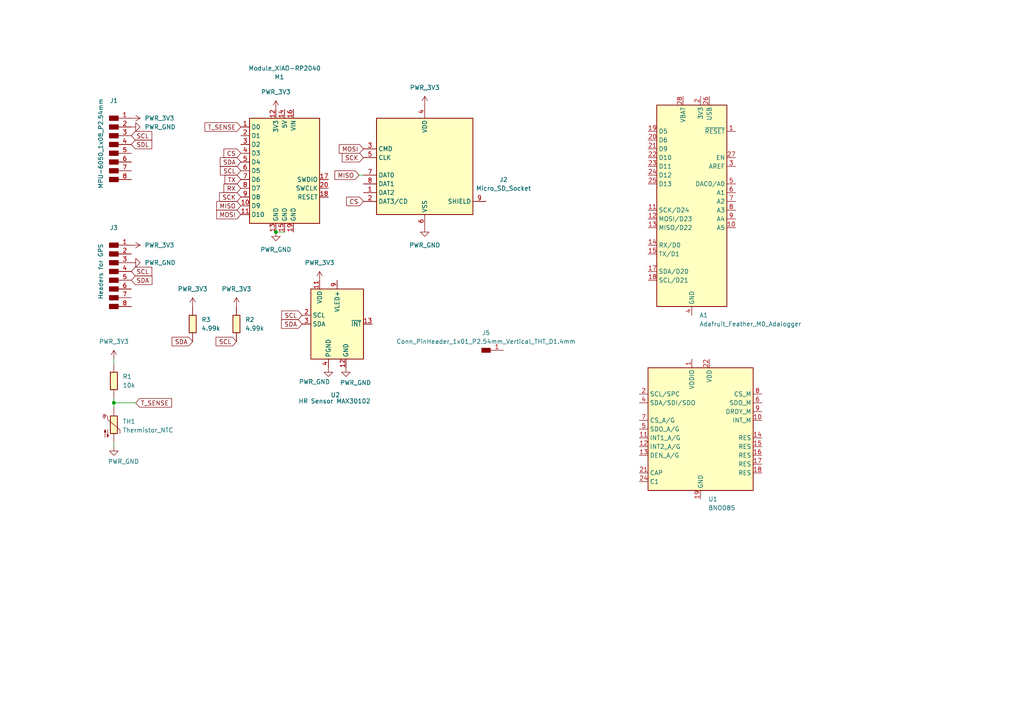
<source format=kicad_sch>
(kicad_sch (version 20231120) (generator "eeschema") (generator_version "8.0")
  (paper "A4")
  (lib_symbols
    (symbol "MCU_Module:Adafruit_Feather_M0_Adalogger"
      (property "Reference" "A" (at -10.16 29.21 0))
      (property "Value" "Adafruit_Feather_M0_Adalogger" (at 2.54 -31.75 0))
      (symbol "Adafruit_Feather_M0_Adalogger_0_1"
        (rectangle (start -10.16 27.94) (end 10.16 -30.48) (stroke (width 0.254)) (fill (type background)))
      )
      (symbol "Adafruit_Feather_M0_Adalogger_1_1"
        (pin input line (at 12.7 20.32 180) (length 2.54) (name "~{RESET}") (number "1"))
        (pin bidirectional line (at 12.7 -7.62 180) (length 2.54) (name "A5") (number "10"))
        (pin bidirectional line (at -12.7 -2.54 0) (length 2.54) (name "SCK/D24") (number "11"))
        (pin bidirectional line (at -12.7 -5.08 0) (length 2.54) (name "MOSI/D23") (number "12"))
        (pin bidirectional line (at -12.7 -7.62 0) (length 2.54) (name "MISO/D22") (number "13"))
        (pin bidirectional line (at -12.7 -12.7 0) (length 2.54) (name "RX/D0") (number "14"))
        (pin bidirectional line (at -12.7 -15.24 0) (length 2.54) (name "TX/D1") (number "15"))
        (pin passive line (at 0 -33.02 90) (length 2.54) hide (name "GND") (number "16"))
        (pin bidirectional line (at -12.7 -20.32 0) (length 2.54) (name "SDA/D20") (number "17"))
        (pin bidirectional line (at -12.7 -22.86 0) (length 2.54) (name "SCL/D21") (number "18"))
        (pin bidirectional line (at -12.7 20.32 0) (length 2.54) (name "D5") (number "19"))
        (pin power_in line (at 2.54 30.48 270) (length 2.54) (name "3V3") (number "2"))
        (pin bidirectional line (at -12.7 17.78 0) (length 2.54) (name "D6") (number "20"))
        (pin bidirectional line (at -12.7 15.24 0) (length 2.54) (name "D9") (number "21"))
        (pin bidirectional line (at -12.7 12.7 0) (length 2.54) (name "D10") (number "22"))
        (pin bidirectional line (at -12.7 10.16 0) (length 2.54) (name "D11") (number "23"))
        (pin bidirectional line (at -12.7 7.62 0) (length 2.54) (name "D12") (number "24"))
        (pin bidirectional line (at -12.7 5.08 0) (length 2.54) (name "D13") (number "25"))
        (pin power_in line (at 5.08 30.48 270) (length 2.54) (name "USB") (number "26"))
        (pin input line (at 12.7 12.7 180) (length 2.54) (name "EN") (number "27"))
        (pin power_in line (at -2.54 30.48 270) (length 2.54) (name "VBAT") (number "28"))
        (pin input line (at 12.7 10.16 180) (length 2.54) (name "AREF") (number "3"))
        (pin power_in line (at 0 -33.02 90) (length 2.54) (name "GND") (number "4"))
        (pin bidirectional line (at 12.7 5.08 180) (length 2.54) (name "DAC0/A0") (number "5"))
        (pin bidirectional line (at 12.7 2.54 180) (length 2.54) (name "A1") (number "6"))
        (pin bidirectional line (at 12.7 0 180) (length 2.54) (name "A2") (number "7"))
        (pin bidirectional line (at 12.7 -2.54 180) (length 2.54) (name "A3") (number "8"))
        (pin bidirectional line (at 12.7 -5.08 180) (length 2.54) (name "A4") (number "9"))
      )
    )
    (symbol "Sensor:MAX30102"
      (property "Reference" "U" (at 7.62 15.24 0))
      (property "Value" "MAX30102" (at 7.62 12.7 0))
      (symbol "MAX30102_0_1"
        (rectangle (start -7.62 10.16) (end 7.62 -10.16) (stroke (width 0.254)) (fill (type background)))
      )
      (symbol "MAX30102_1_1"
        (pin no_connect line (at -7.62 5.08 0) (length 2.54) hide (name "NC") (number "1"))
        (pin passive line (at 0 12.7 270) (length 2.54) hide (name "VLED+") (number "10"))
        (pin power_in line (at -5.08 12.7 270) (length 2.54) (name "VDD") (number "11"))
        (pin power_in line (at 2.54 -12.7 90) (length 2.54) (name "GND") (number "12"))
        (pin output line (at 10.16 0 180) (length 2.54) (name "~{INT}") (number "13"))
        (pin no_connect line (at 7.62 2.54 180) (length 2.54) hide (name "NC") (number "14"))
        (pin input line (at -10.16 2.54 0) (length 2.54) (name "SCL") (number "2"))
        (pin bidirectional line (at -10.16 0 0) (length 2.54) (name "SDA") (number "3"))
        (pin power_in line (at -2.54 -12.7 90) (length 2.54) (name "PGND") (number "4"))
        (pin no_connect line (at 7.62 -7.62 180) (length 2.54) hide (name "NC") (number "5"))
        (pin no_connect line (at 7.62 -5.08 180) (length 2.54) hide (name "NC") (number "6"))
        (pin no_connect line (at -7.62 -2.54 0) (length 2.54) hide (name "NC") (number "7"))
        (pin no_connect line (at 7.62 5.08 180) (length 2.54) hide (name "NC") (number "8"))
        (pin power_in line (at 0 12.7 270) (length 2.54) (name "VLED+") (number "9"))
      )
    )
    (symbol "Sensor_Motion:LSM9DS1"
      (property "Reference" "U" (at -15.24 21.59 0))
      (property "Value" "LSM9DS1" (at -15.24 19.05 0))
      (symbol "LSM9DS1_0_1"
        (rectangle (start -15.24 17.78) (end 15.24 -17.78) (stroke (width 0.254)) (fill (type background)))
      )
      (symbol "LSM9DS1_1_1"
        (pin power_in line (at -2.54 20.32 270) (length 2.54) (name "VDDIO") (number "1"))
        (pin output line (at 17.78 2.54 180) (length 2.54) (name "INT_M") (number "10"))
        (pin output line (at -17.78 -2.54 0) (length 2.54) (name "INT1_A/G") (number "11"))
        (pin output line (at -17.78 -5.08 0) (length 2.54) (name "INT2_A/G") (number "12"))
        (pin input line (at -17.78 -7.62 0) (length 2.54) (name "DEN_A/G") (number "13"))
        (pin bidirectional line (at 17.78 -2.54 180) (length 2.54) (name "RES") (number "14"))
        (pin bidirectional line (at 17.78 -5.08 180) (length 2.54) (name "RES") (number "15"))
        (pin bidirectional line (at 17.78 -7.62 180) (length 2.54) (name "RES") (number "16"))
        (pin bidirectional line (at 17.78 -10.16 180) (length 2.54) (name "RES") (number "17"))
        (pin bidirectional line (at 17.78 -12.7 180) (length 2.54) (name "RES") (number "18"))
        (pin power_in line (at 0 -20.32 90) (length 2.54) (name "GND") (number "19"))
        (pin input line (at -17.78 10.16 0) (length 2.54) (name "SCL/SPC") (number "2"))
        (pin passive line (at 0 -20.32 90) (length 2.54) hide (name "GND") (number "20"))
        (pin passive line (at -17.78 -12.7 0) (length 2.54) (name "CAP") (number "21"))
        (pin power_in line (at 2.54 20.32 270) (length 2.54) (name "VDD") (number "22"))
        (pin passive line (at 2.54 20.32 270) (length 2.54) hide (name "VDD") (number "23"))
        (pin passive line (at -17.78 -15.24 0) (length 2.54) (name "C1") (number "24"))
        (pin passive line (at -2.54 20.32 270) (length 2.54) hide (name "VDDIO") (number "3"))
        (pin bidirectional line (at -17.78 7.62 0) (length 2.54) (name "SDA/SDI/SDO") (number "4"))
        (pin output line (at -17.78 0 0) (length 2.54) (name "SDO_A/G") (number "5"))
        (pin output line (at 17.78 7.62 180) (length 2.54) (name "SDO_M") (number "6"))
        (pin input line (at -17.78 2.54 0) (length 2.54) (name "CS_A/G") (number "7"))
        (pin input line (at 17.78 10.16 180) (length 2.54) (name "CS_M") (number "8"))
        (pin output line (at 17.78 5.08 180) (length 2.54) (name "DRDY_M") (number "9"))
      )
    )
    (symbol "fab:Conn_PinHeader_1x01_P2.54mm_Vertical_THT_D1.4mm" (pin_names (offset 1.016) hide)
      (property "Reference" "J" (at 0 2.54 0))
      (property "Value" "Conn_PinHeader_1x01_P2.54mm_Vertical_THT_D1.4mm" (at 0 -2.54 0))
      (symbol "Conn_PinHeader_1x01_P2.54mm_Vertical_THT_D1.4mm_1_1"
        (rectangle (start -1.27 0.635) (end 1.27 -0.635) (stroke (width 0.1524)) (fill (type outline)))
        (pin passive line (at 5.08 0 180) (length 3.81) (name "Pin_1") (number "1"))
      )
    )
    (symbol "fab:Conn_PinHeader_1x08_P2.54mm_Horizontal_SMD" (pin_names hide)
      (property "Reference" "J" (at 0 10.16 0))
      (property "Value" "Conn_PinHeader_1x08_P2.54mm_Horizontal_SMD" (at 0 -12.7 0))
      (symbol "Conn_PinHeader_1x08_P2.54mm_Horizontal_SMD_1_1"
        (rectangle (start -1.27 -9.525) (end 1.27 -10.795) (stroke (width 0.254)) (fill (type outline)))
        (rectangle (start -1.27 -6.985) (end 1.27 -8.255) (stroke (width 0.254)) (fill (type outline)))
        (rectangle (start -1.27 -4.445) (end 1.27 -5.715) (stroke (width 0.254)) (fill (type outline)))
        (rectangle (start -1.27 -1.905) (end 1.27 -3.175) (stroke (width 0.254)) (fill (type outline)))
        (rectangle (start -1.27 0.635) (end 1.27 -0.635) (stroke (width 0.254)) (fill (type outline)))
        (rectangle (start -1.27 3.175) (end 1.27 1.905) (stroke (width 0.254)) (fill (type outline)))
        (rectangle (start -1.27 5.715) (end 1.27 4.445) (stroke (width 0.254)) (fill (type outline)))
        (rectangle (start -1.27 8.255) (end 1.27 6.985) (stroke (width 0.254)) (fill (type outline)))
        (pin passive line (at 5.08 7.62 180) (length 3.81) (name "Pin_1") (number "1"))
        (pin passive line (at 5.08 5.08 180) (length 3.81) (name "Pin_2") (number "2"))
        (pin passive line (at 5.08 2.54 180) (length 3.81) (name "Pin_3") (number "3"))
        (pin passive line (at 5.08 0 180) (length 3.81) (name "Pin_4") (number "4"))
        (pin passive line (at 5.08 -2.54 180) (length 3.81) (name "Pin_5") (number "5"))
        (pin passive line (at 5.08 -5.08 180) (length 3.81) (name "Pin_6") (number "6"))
        (pin passive line (at 5.08 -7.62 180) (length 3.81) (name "Pin_7") (number "7"))
        (pin passive line (at 5.08 -10.16 180) (length 3.81) (name "Pin_8") (number "8"))
      )
    )
    (symbol "fab:Micro_SD_Socket"
      (property "Reference" "J" (at -13.97 15.24 0))
      (property "Value" "Micro_SD_Socket" (at 1.27 15.24 0))
      (symbol "Micro_SD_Socket_0_1"
        (rectangle (start -13.97 13.97) (end 13.97 -13.97) (stroke (width 0.254)) (fill (type background)))
      )
      (symbol "Micro_SD_Socket_1_1"
        (pin bidirectional line (at -17.78 -7.62 0) (length 3.81) (name "DAT2") (number "1"))
        (pin bidirectional line (at -17.78 -10.16 0) (length 3.81) (name "DAT3/CD") (number "2"))
        (pin input line (at -17.78 5.08 0) (length 3.81) (name "CMD") (number "3"))
        (pin power_in line (at 0 17.78 270) (length 3.81) (name "VDD") (number "4"))
        (pin input line (at -17.78 2.54 0) (length 3.81) (name "CLK") (number "5"))
        (pin power_in line (at 0 -17.78 90) (length 3.81) (name "VSS") (number "6"))
        (pin bidirectional line (at -17.78 -2.54 0) (length 3.81) (name "DAT0") (number "7"))
        (pin bidirectional line (at -17.78 -5.08 0) (length 3.81) (name "DAT1") (number "8"))
        (pin passive line (at 17.78 -10.16 180) (length 3.81) (name "SHIELD") (number "9"))
      )
    )
    (symbol "fab:Module_XIAO-RP2040"
      (property "Reference" "M" (at -10.16 16.51 0))
      (property "Value" "Module_XIAO-RP2040" (at 3.81 16.51 0))
      (symbol "Module_XIAO-RP2040_1_1"
        (rectangle (start -10.16 15.24) (end 10.16 -15.24) (stroke (width 0.254)) (fill (type background)))
        (pin bidirectional line (at -12.7 12.7 0) (length 2.54) (name "D0") (number "1"))
        (pin bidirectional line (at -12.7 -10.16 0) (length 2.54) (name "D9") (number "10"))
        (pin bidirectional line (at -12.7 -12.7 0) (length 2.54) (name "D10") (number "11"))
        (pin power_in line (at -2.54 17.78 270) (length 2.54) (name "3V3") (number "12"))
        (pin power_in line (at -2.54 -17.78 90) (length 2.54) (name "GND") (number "13"))
        (pin power_in line (at 0 17.78 270) (length 2.54) (name "5V") (number "14"))
        (pin power_in line (at 0 -17.78 90) (length 2.54) (name "GND") (number "15"))
        (pin power_in line (at 2.54 17.78 270) (length 2.54) (name "VIN") (number "16"))
        (pin bidirectional line (at 12.7 -2.54 180) (length 2.54) (name "SWDIO") (number "17"))
        (pin input line (at 12.7 -7.62 180) (length 2.54) (name "RESET") (number "18"))
        (pin power_in line (at 2.54 -17.78 90) (length 2.54) (name "GND") (number "19"))
        (pin bidirectional line (at -12.7 10.16 0) (length 2.54) (name "D1") (number "2"))
        (pin input line (at 12.7 -5.08 180) (length 2.54) (name "SWCLK") (number "20"))
        (pin bidirectional line (at -12.7 7.62 0) (length 2.54) (name "D2") (number "3"))
        (pin bidirectional line (at -12.7 5.08 0) (length 2.54) (name "D3") (number "4"))
        (pin bidirectional line (at -12.7 2.54 0) (length 2.54) (name "D4") (number "5"))
        (pin bidirectional line (at -12.7 0 0) (length 2.54) (name "D5") (number "6"))
        (pin bidirectional line (at -12.7 -2.54 0) (length 2.54) (name "D6") (number "7"))
        (pin bidirectional line (at -12.7 -5.08 0) (length 2.54) (name "D7") (number "8"))
        (pin bidirectional line (at -12.7 -7.62 0) (length 2.54) (name "D8") (number "9"))
      )
    )
    (symbol "fab:PWR_3V3" (power) (pin_names (offset 0))
      (property "Value" "PWR_3V3" (at 0 3.556 0))
      (symbol "PWR_3V3_0_1"
        (polyline (pts (xy -0.762 1.27) (xy 0 2.54)))
        (polyline (pts (xy 0 0) (xy 0 2.54)))
        (polyline (pts (xy 0 2.54) (xy 0.762 1.27)))
      )
      (symbol "PWR_3V3_1_1"
        (pin power_in line (at 0 0 90) (length 0) hide (name "PWR_3V3") (number "1"))
      )
    )
    (symbol "fab:PWR_GND" (power) (pin_names (offset 0))
      (property "Value" "PWR_GND" (at 0 -3.81 0))
      (symbol "PWR_GND_0_1"
        (polyline (pts (xy 0 0) (xy 0 -1.27) (xy 1.27 -1.27) (xy 0 -2.54) (xy -1.27 -1.27) (xy 0 -1.27)))
      )
      (symbol "PWR_GND_1_1"
        (pin power_in line (at 0 0 270) (length 0) hide (name "PWR_GND") (number "1"))
      )
    )
    (symbol "fab:R_1206" (pin_numbers hide) (pin_names (offset 0))
      (property "Reference" "R" (at 2.54 0 90))
      (property "Value" "R_1206" (at -2.54 0 90))
      (symbol "R_1206_0_1"
        (rectangle (start -1.016 -2.54) (end 1.016 2.54) (stroke (width 0.254)) (fill (type background)))
      )
      (symbol "R_1206_1_1"
        (pin passive line (at 0 5.08 270) (length 2.54) (name "~") (number "1"))
        (pin passive line (at 0 -5.08 90) (length 2.54) (name "~") (number "2"))
      )
    )
    (symbol "fab:Thermistor_NTC" (pin_numbers hide) (pin_names (offset 0))
      (property "Reference" "TH" (at -3.81 0 90))
      (property "Value" "Thermistor_NTC" (at 2.54 0 90))
      (symbol "Thermistor_NTC_0_1"
        (arc (start -3.048 2.159) (mid -3.0505 2.3165) (end -3.175 2.413))
        (arc (start -3.048 2.159) (mid -2.9736 1.9794) (end -2.794 1.905))
        (arc (start -3.048 2.794) (mid -2.9736 2.6144) (end -2.794 2.54))
        (arc (start -2.794 1.905) (mid -2.6144 1.9794) (end -2.54 2.159))
        (arc (start -2.794 2.54) (mid -2.434 2.5608) (end -2.159 2.794))
        (arc (start -2.794 3.048) (mid -2.9736 2.9736) (end -3.048 2.794))
        (arc (start -2.54 2.794) (mid -2.6144 2.9736) (end -2.794 3.048))
        (rectangle (start -1.016 2.54) (end 1.016 -2.54) (stroke (width 0.254)) (fill (type background)))
        (polyline (pts (xy -2.54 2.159) (xy -2.54 2.794)))
        (polyline (pts (xy -1.778 2.54) (xy -1.778 1.524) (xy 1.778 -1.524) (xy 1.778 -2.54)))
        (polyline (pts (xy -2.54 -3.683) (xy -2.54 -1.397) (xy -2.794 -2.159) (xy -2.286 -2.159) (xy -2.54 -1.397) (xy -2.54 -1.651)) (fill (type outline)))
        (polyline (pts (xy -1.778 -1.397) (xy -1.778 -3.683) (xy -2.032 -2.921) (xy -1.524 -2.921) (xy -1.778 -3.683) (xy -1.778 -3.429)) (fill (type outline)))
      )
      (symbol "Thermistor_NTC_1_1"
        (pin passive line (at 0 5.08 270) (length 2.54) (name "~") (number "1"))
        (pin passive line (at 0 -5.08 90) (length 2.54) (name "~") (number "2"))
      )
    )
  )
  (junction (at 80.01 67.31))
  (junction (at 33.02 116.84))
  (wire (pts (xy 104.14 50.8) (xy 105.41 50.8)))
  (wire (pts (xy 33.02 104.14) (xy 33.02 105.41)))
  (wire (pts (xy 33.02 115.57) (xy 33.02 116.84)))
  (wire (pts (xy 33.02 129.54) (xy 33.02 128.27)))
  (wire (pts (xy 33.02 116.84) (xy 33.02 118.11)))
  (wire (pts (xy 39.37 116.84) (xy 33.02 116.84)))
  (wire (pts (xy 80.01 67.31) (xy 82.55 67.31)))
  (global_label "SDA" (shape input) (at 69.85 46.99 180) (property "Intersheetrefs" "${INTERSHEET_REFS}" (effects (hide yes))))
  (global_label "SDL" (shape input) (at 38.1 41.91 0) (property "Intersheetrefs" "${INTERSHEET_REFS}" (effects (hide yes))))
  (global_label "MOSI" (shape input) (at 105.41 43.18 180) (property "Intersheetrefs" "${INTERSHEET_REFS}" (effects (hide yes))))
  (global_label "SCL" (shape input) (at 68.58 99.06 180) (property "Intersheetrefs" "${INTERSHEET_REFS}" (effects (hide yes))))
  (global_label "SCK" (shape input) (at 69.85 57.15 180) (property "Intersheetrefs" "${INTERSHEET_REFS}" (effects (hide yes))))
  (global_label "T_SENSE" (shape input) (at 69.85 36.83 180) (property "Intersheetrefs" "${INTERSHEET_REFS}" (effects (hide yes))))
  (global_label "SCL" (shape input) (at 38.1 78.74 0) (property "Intersheetrefs" "${INTERSHEET_REFS}" (effects (hide yes))))
  (global_label "SCK" (shape input) (at 105.41 45.72 180) (property "Intersheetrefs" "${INTERSHEET_REFS}" (effects (hide yes))))
  (global_label "SCL" (shape input) (at 69.85 49.53 180) (property "Intersheetrefs" "${INTERSHEET_REFS}" (effects (hide yes))))
  (global_label "TX" (shape input) (at 69.85 52.07 180) (property "Intersheetrefs" "${INTERSHEET_REFS}" (effects (hide yes))))
  (global_label "T_SENSE" (shape input) (at 39.37 116.84 0) (property "Intersheetrefs" "${INTERSHEET_REFS}" (effects (hide yes))))
  (global_label "CS" (shape input) (at 69.85 44.45 180) (property "Intersheetrefs" "${INTERSHEET_REFS}" (effects (hide yes))))
  (global_label "SCL" (shape input) (at 38.1 39.37 0) (property "Intersheetrefs" "${INTERSHEET_REFS}" (effects (hide yes))))
  (global_label "SDA" (shape input) (at 55.88 99.06 180) (property "Intersheetrefs" "${INTERSHEET_REFS}" (effects (hide yes))))
  (global_label "RX" (shape input) (at 69.85 54.61 180) (property "Intersheetrefs" "${INTERSHEET_REFS}" (effects (hide yes))))
  (global_label "MOSI" (shape input) (at 69.85 62.23 180) (property "Intersheetrefs" "${INTERSHEET_REFS}" (effects (hide yes))))
  (global_label "SDA" (shape input) (at 87.63 93.98 180) (property "Intersheetrefs" "${INTERSHEET_REFS}" (effects (hide yes))))
  (global_label "MISO" (shape input) (at 69.85 59.69 180) (property "Intersheetrefs" "${INTERSHEET_REFS}" (effects (hide yes))))
  (global_label "CS" (shape input) (at 105.41 58.42 180) (property "Intersheetrefs" "${INTERSHEET_REFS}" (effects (hide yes))))
  (global_label "SDA" (shape input) (at 38.1 81.28 0) (property "Intersheetrefs" "${INTERSHEET_REFS}" (effects (hide yes))))
  (global_label "MISO" (shape input) (at 104.14 50.8 180) (property "Intersheetrefs" "${INTERSHEET_REFS}" (effects (hide yes))))
  (global_label "SCL" (shape input) (at 87.63 91.44 180) (property "Intersheetrefs" "${INTERSHEET_REFS}" (effects (hide yes))))
  (symbol (lib_id "fab:Conn_PinHeader_1x08_P2.54mm_Horizontal_SMD") (at 33.02 78.74 0) (unit 1)
    (property "Reference" "J3" (at 33.02 66.04 0))
    (property "Value" "Headers for GPS" (at 29.21 78.74 90))
    (property "Footprint" "fab:PinHeader_1x08_P2.54mm_Horizontal_SMD" (effects (hide yes)))
    (property "Description" "Male connector, single row" (effects (hide yes)))
  )
  (symbol (lib_id "fab:PWR_GND") (at 38.1 76.2 90) (unit 1)
    (property "Reference" "#PWR05" (effects (hide yes)))
    (property "Value" "PWR_GND" (at 41.91 76.1999 90) (effects (justify right)))
    (property "Description" "Power symbol creates a global label with name \"GND\" , ground" (effects (hide yes)))
  )
  (symbol (lib_id "fab:PWR_3V3") (at 55.88 88.9 0) (unit 1)
    (property "Reference" "#PWR014" (effects (hide yes)))
    (property "Value" "PWR_3V3" (at 55.88 83.82 0))
    (property "Description" "Power symbol creates a global label with name \"+3V3\"" (effects (hide yes)))
  )
  (symbol (lib_id "fab:PWR_3V3") (at 92.71 81.28 0) (unit 1)
    (property "Reference" "#PWR010" (effects (hide yes)))
    (property "Value" "PWR_3V3" (at 92.71 76.2 0))
    (property "Description" "Power symbol creates a global label with name \"+3V3\"" (effects (hide yes)))
  )
  (symbol (lib_id "Sensor_Motion:LSM9DS1") (at 203.2 124.46 0) (unit 1)
    (property "Reference" "U1" (at 205.3941 144.78 0) (effects (justify left)))
    (property "Value" "BNOO85" (at 205.3941 147.32 0) (effects (justify left)))
    (property "Footprint" "Package_LGA:LGA-24L_3x3.5mm_P0.43mm" (effects (hide yes)))
    (property "Datasheet" "https://www.digikey.com/htmldatasheets/production/1639232/0/0/1/LSM9DS1-Datasheet.pdf" (effects (hide yes)))
    (property "Description" "I2C SPI 9 axis IMU accelerometer gyroscope magnetometer" (effects (hide yes)))
  )
  (symbol (lib_id "fab:R_1206") (at 55.88 93.98 0) (unit 1)
    (property "Reference" "R3" (at 58.42 92.7099 0) (effects (justify left)))
    (property "Value" "4.99k" (at 58.42 95.2499 0) (effects (justify left)))
    (property "Footprint" "fab:R_1206" (effects (hide yes)))
    (property "Description" "Resistor" (effects (hide yes)))
  )
  (symbol (lib_id "fab:PWR_3V3") (at 80.01 31.75 0) (unit 1)
    (property "Reference" "#PWR08" (effects (hide yes)))
    (property "Value" "PWR_3V3" (at 80.01 26.67 0))
    (property "Description" "Power symbol creates a global label with name \"+3V3\"" (effects (hide yes)))
  )
  (symbol (lib_id "fab:PWR_GND") (at 38.1 36.83 90) (unit 1)
    (property "Reference" "#PWR04" (effects (hide yes)))
    (property "Value" "PWR_GND" (at 41.91 36.8299 90) (effects (justify right)))
    (property "Description" "Power symbol creates a global label with name \"GND\" , ground" (effects (hide yes)))
  )
  (symbol (lib_id "fab:Conn_PinHeader_1x01_P2.54mm_Vertical_THT_D1.4mm") (at 140.97 101.6 0) (unit 1)
    (property "Reference" "J5" (at 140.97 96.52 0))
    (property "Value" "Conn_PinHeader_1x01_P2.54mm_Vertical_THT_D1.4mm" (at 140.97 99.06 0))
    (property "Footprint" "fab:PinHeader_1x01_P2.54mm_Vertical_THT_D2mm" (effects (hide yes)))
    (property "Description" "Connector pin header 2.54mm pitch vertical tht" (effects (hide yes)))
  )
  (symbol (lib_id "fab:R_1206") (at 33.02 110.49 0) (unit 1)
    (property "Reference" "R1" (at 35.56 109.2199 0) (effects (justify left)))
    (property "Value" "10k" (at 35.56 111.7599 0) (effects (justify left)))
    (property "Footprint" "fab:R_1206" (effects (hide yes)))
    (property "Description" "Resistor" (effects (hide yes)))
  )
  (symbol (lib_id "fab:PWR_3V3") (at 123.19 30.48 0) (unit 1)
    (property "Reference" "#PWR09" (effects (hide yes)))
    (property "Value" "PWR_3V3" (at 123.19 25.4 0))
    (property "Description" "Power symbol creates a global label with name \"+3V3\"" (effects (hide yes)))
  )
  (symbol (lib_id "fab:PWR_GND") (at 33.02 129.54 0) (unit 1)
    (property "Reference" "#PWR012" (effects (hide yes)))
    (property "Value" "PWR_GND" (at 35.814 133.858 0))
    (property "Description" "Power symbol creates a global label with name \"GND\" , ground" (effects (hide yes)))
  )
  (symbol (lib_id "fab:PWR_GND") (at 100.33 106.68 0) (unit 1)
    (property "Reference" "#PWR03" (effects (hide yes)))
    (property "Value" "PWR_GND" (at 103.124 110.998 0))
    (property "Description" "Power symbol creates a global label with name \"GND\" , ground" (effects (hide yes)))
  )
  (symbol (lib_id "fab:PWR_GND") (at 95.25 106.68 0) (unit 1)
    (property "Reference" "#PWR011" (effects (hide yes)))
    (property "Value" "PWR_GND" (at 91.186 110.744 0))
    (property "Description" "Power symbol creates a global label with name \"GND\" , ground" (effects (hide yes)))
  )
  (symbol (lib_id "fab:Thermistor_NTC") (at 33.02 123.19 0) (unit 1)
    (property "Reference" "TH1" (at 35.56 122.2374 0) (effects (justify left)))
    (property "Value" "Thermistor_NTC" (at 35.56 124.7774 0) (effects (justify left)))
    (property "Footprint" "fab:R_1206" (effects (hide yes)))
    (property "Datasheet" "https://www.mouser.fi/datasheet/2/18/AAS-920-324F-Thermometrics-NTC-SMD-032717-web-1018802.pdf" (effects (hide yes)))
    (property "Description" "Temperature dependent resistor, Amphenol NHQ103B375T10, negative temperature coefficient, NTC Thermistor 10k 1206 (3216 Metric)" (effects (hide yes)))
  )
  (symbol (lib_id "fab:PWR_3V3") (at 33.02 104.14 0) (unit 1)
    (property "Reference" "#PWR013" (effects (hide yes)))
    (property "Value" "PWR_3V3" (at 33.02 99.06 0))
    (property "Description" "Power symbol creates a global label with name \"+3V3\"" (effects (hide yes)))
  )
  (symbol (lib_id "fab:PWR_GND") (at 123.19 66.04 0) (unit 1)
    (property "Reference" "#PWR01" (effects (hide yes)))
    (property "Value" "PWR_GND" (at 123.19 71.12 0))
    (property "Description" "Power symbol creates a global label with name \"GND\" , ground" (effects (hide yes)))
  )
  (symbol (lib_id "fab:PWR_3V3") (at 38.1 71.12 270) (unit 1)
    (property "Reference" "#PWR06" (effects (hide yes)))
    (property "Value" "PWR_3V3" (at 41.91 71.1199 90) (effects (justify left)))
    (property "Description" "Power symbol creates a global label with name \"+3V3\"" (effects (hide yes)))
  )
  (symbol (lib_id "fab:PWR_3V3") (at 68.58 88.9 0) (unit 1)
    (property "Reference" "#PWR015" (effects (hide yes)))
    (property "Value" "PWR_3V3" (at 68.58 83.82 0))
    (property "Description" "Power symbol creates a global label with name \"+3V3\"" (effects (hide yes)))
  )
  (symbol (lib_id "fab:Module_XIAO-RP2040") (at 82.55 49.53 0) (unit 1)
    (property "Reference" "M1" (at 81.026 22.352 0))
    (property "Value" "Module_XIAO-RP2040" (at 82.55 19.812 0))
    (property "Footprint" "fab:SeeedStudio_XIAO_RP2040" (effects (hide yes)))
    (property "Datasheet" "https://wiki.seeedstudio.com/XIAO-RP2040/" (effects (hide yes)))
    (property "Description" "RP2040 XIAO RP2040 - ARM® Cortex®-M0+ MCU 32-Bit Embedded Evaluation Board" (effects (hide yes)))
  )
  (symbol (lib_id "fab:Micro_SD_Socket") (at 123.19 48.26 0) (unit 1)
    (property "Reference" "J2" (at 146.05 52.1014 0))
    (property "Value" "Micro_SD_Socket" (at 146.05 54.6414 0))
    (property "Footprint" "fab:MicroSD_Amphenol_114-00841-68" (effects (hide yes)))
    (property "Datasheet" "http://www.ti.com/lit/ds/symlink/opa188.pdf" (effects (hide yes)))
    (property "Description" "Zero-Drift, Precision, Low-Noise, Rail-to-Rail Output, 36-V Operational Amplifier, TSOT-23-5" (effects (hide yes)))
  )
  (symbol (lib_id "fab:PWR_GND") (at 80.01 67.31 0) (unit 1)
    (property "Reference" "#PWR02" (effects (hide yes)))
    (property "Value" "PWR_GND" (at 80.01 72.39 0))
    (property "Description" "Power symbol creates a global label with name \"GND\" , ground" (effects (hide yes)))
  )
  (symbol (lib_id "MCU_Module:Adafruit_Feather_M0_Adalogger") (at 200.66 58.42 0) (unit 1)
    (property "Reference" "A1" (at 202.8541 91.44 0) (effects (justify left)))
    (property "Value" "Adafruit_Feather_M0_Adalogger" (at 202.8541 93.98 0) (effects (justify left)))
    (property "Footprint" "Module:Adafruit_Feather" (effects (hide yes)))
    (property "Datasheet" "https://cdn-learn.adafruit.com/downloads/pdf/adafruit-feather-m0-adalogger.pdf" (effects (hide yes)))
    (property "Description" "Microcontroller module with SAMD21 Cortex-M0 MCU and SD card reader" (effects (hide yes)))
  )
  (symbol (lib_id "fab:Conn_PinHeader_1x08_P2.54mm_Horizontal_SMD") (at 33.02 41.91 0) (unit 1)
    (property "Reference" "J1" (at 33.02 29.21 0))
    (property "Value" "MPU-6050_1x08_P2.54mm" (at 29.21 41.656 90))
    (property "Footprint" "fab:PinHeader_1x08_P2.54mm_Horizontal_SMD" (effects (hide yes)))
    (property "Description" "Male connector, single row" (effects (hide yes)))
  )
  (symbol (lib_id "fab:PWR_3V3") (at 38.1 34.29 270) (unit 1)
    (property "Reference" "#PWR07" (effects (hide yes)))
    (property "Value" "PWR_3V3" (at 41.91 34.2899 90) (effects (justify left)))
    (property "Description" "Power symbol creates a global label with name \"+3V3\"" (effects (hide yes)))
  )
  (symbol (lib_id "fab:R_1206") (at 68.58 93.98 0) (unit 1)
    (property "Reference" "R2" (at 71.12 92.7099 0) (effects (justify left)))
    (property "Value" "4.99k" (at 71.12 95.2499 0) (effects (justify left)))
    (property "Footprint" "fab:R_1206" (effects (hide yes)))
    (property "Description" "Resistor" (effects (hide yes)))
  )
  (symbol (lib_id "Sensor:MAX30102") (at 97.79 93.98 0) (unit 1)
    (property "Reference" "U2" (at 97.282 114.554 0))
    (property "Value" "HR Sensor MAX30102" (at 97.028 116.332 0))
    (property "Footprint" "OptoDevice:Maxim_OLGA-14_3.3x5.6mm_P0.8mm" (effects (hide yes)))
    (property "Datasheet" "https://datasheets.maximintegrated.com/en/ds/MAX30102.pdf" (effects (hide yes)))
    (property "Description" "Heart Rate Sensor, 14-OLGA" (effects (hide yes)))
  )
)
</source>
